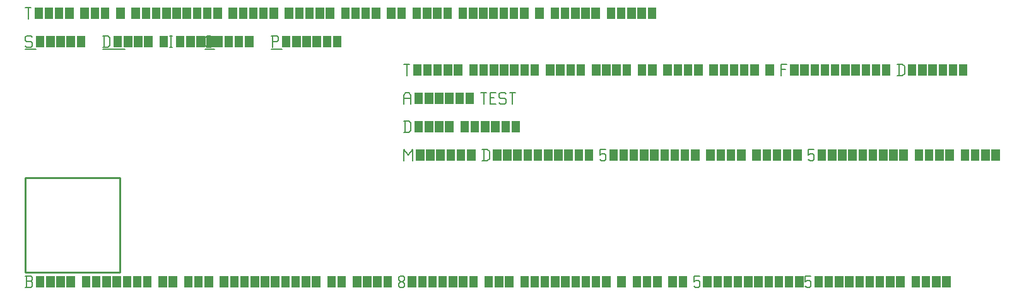
<source format=gbr>
G04 start of page 10 for group -1 layer_idx 268435461 *
G04 Title: element with pads on both sides, <virtual group> *
G04 Creator: <version>
G04 CreationDate: <date>
G04 For: TEST *
G04 Format: Gerber/RS-274X *
G04 PCB-Dimensions: 50000 50000 *
G04 PCB-Coordinate-Origin: lower left *
%MOIN*%
%FSLAX25Y25*%
%LNLOGICAL_VIRTUAL_FAB_NONE*%
%ADD22C,0.0100*%
%ADD21C,0.0001*%
%ADD20C,0.0060*%
G54D20*X3000Y125000D02*X3750Y124250D01*
X750Y125000D02*X3000D01*
X0Y124250D02*X750Y125000D01*
X0Y124250D02*Y122750D01*
X750Y122000D01*
X3000D01*
X3750Y121250D01*
Y119750D01*
X3000Y119000D02*X3750Y119750D01*
X750Y119000D02*X3000D01*
X0Y119750D02*X750Y119000D01*
G54D21*G36*
X5550Y125000D02*X10050D01*
Y119000D01*
X5550D01*
Y125000D01*
G37*
G36*
X10950D02*X15450D01*
Y119000D01*
X10950D01*
Y125000D01*
G37*
G36*
X16350D02*X20850D01*
Y119000D01*
X16350D01*
Y125000D01*
G37*
G36*
X21750D02*X26250D01*
Y119000D01*
X21750D01*
Y125000D01*
G37*
G36*
X27150D02*X31650D01*
Y119000D01*
X27150D01*
Y125000D01*
G37*
G54D20*X0Y118000D02*X5550D01*
X41750Y125000D02*Y119000D01*
X43700Y125000D02*X44750Y123950D01*
Y120050D01*
X43700Y119000D02*X44750Y120050D01*
X41000Y119000D02*X43700D01*
X41000Y125000D02*X43700D01*
G54D21*G36*
X46550D02*X51050D01*
Y119000D01*
X46550D01*
Y125000D01*
G37*
G36*
X51950D02*X56450D01*
Y119000D01*
X51950D01*
Y125000D01*
G37*
G36*
X57350D02*X61850D01*
Y119000D01*
X57350D01*
Y125000D01*
G37*
G36*
X62750D02*X67250D01*
Y119000D01*
X62750D01*
Y125000D01*
G37*
G36*
X70850D02*X75350D01*
Y119000D01*
X70850D01*
Y125000D01*
G37*
G54D20*X76250D02*X77750D01*
X77000D02*Y119000D01*
X76250D02*X77750D01*
G54D21*G36*
X79550Y125000D02*X84050D01*
Y119000D01*
X79550D01*
Y125000D01*
G37*
G36*
X84950D02*X89450D01*
Y119000D01*
X84950D01*
Y125000D01*
G37*
G36*
X90350D02*X94850D01*
Y119000D01*
X90350D01*
Y125000D01*
G37*
G36*
X95750D02*X100250D01*
Y119000D01*
X95750D01*
Y125000D01*
G37*
G54D20*X41000Y118000D02*X52550D01*
X96050Y119000D02*X98000D01*
X95000Y120050D02*X96050Y119000D01*
X95000Y123950D02*Y120050D01*
Y123950D02*X96050Y125000D01*
X98000D01*
G54D21*G36*
X99800D02*X104300D01*
Y119000D01*
X99800D01*
Y125000D01*
G37*
G36*
X105200D02*X109700D01*
Y119000D01*
X105200D01*
Y125000D01*
G37*
G36*
X110600D02*X115100D01*
Y119000D01*
X110600D01*
Y125000D01*
G37*
G36*
X116000D02*X120500D01*
Y119000D01*
X116000D01*
Y125000D01*
G37*
G54D20*X95000Y118000D02*X99800D01*
X130750Y125000D02*Y119000D01*
X130000Y125000D02*X133000D01*
X133750Y124250D01*
Y122750D01*
X133000Y122000D02*X133750Y122750D01*
X130750Y122000D02*X133000D01*
G54D21*G36*
X135550Y125000D02*X140050D01*
Y119000D01*
X135550D01*
Y125000D01*
G37*
G36*
X140950D02*X145450D01*
Y119000D01*
X140950D01*
Y125000D01*
G37*
G36*
X146350D02*X150850D01*
Y119000D01*
X146350D01*
Y125000D01*
G37*
G36*
X151750D02*X156250D01*
Y119000D01*
X151750D01*
Y125000D01*
G37*
G36*
X157150D02*X161650D01*
Y119000D01*
X157150D01*
Y125000D01*
G37*
G36*
X162550D02*X167050D01*
Y119000D01*
X162550D01*
Y125000D01*
G37*
G54D20*X130000Y118000D02*X135550D01*
X0Y140000D02*X3000D01*
X1500D02*Y134000D01*
G54D21*G36*
X4800Y140000D02*X9300D01*
Y134000D01*
X4800D01*
Y140000D01*
G37*
G36*
X10200D02*X14700D01*
Y134000D01*
X10200D01*
Y140000D01*
G37*
G36*
X15600D02*X20100D01*
Y134000D01*
X15600D01*
Y140000D01*
G37*
G36*
X21000D02*X25500D01*
Y134000D01*
X21000D01*
Y140000D01*
G37*
G36*
X29100D02*X33600D01*
Y134000D01*
X29100D01*
Y140000D01*
G37*
G36*
X34500D02*X39000D01*
Y134000D01*
X34500D01*
Y140000D01*
G37*
G36*
X39900D02*X44400D01*
Y134000D01*
X39900D01*
Y140000D01*
G37*
G36*
X48000D02*X52500D01*
Y134000D01*
X48000D01*
Y140000D01*
G37*
G36*
X56100D02*X60600D01*
Y134000D01*
X56100D01*
Y140000D01*
G37*
G36*
X61500D02*X66000D01*
Y134000D01*
X61500D01*
Y140000D01*
G37*
G36*
X66900D02*X71400D01*
Y134000D01*
X66900D01*
Y140000D01*
G37*
G36*
X72300D02*X76800D01*
Y134000D01*
X72300D01*
Y140000D01*
G37*
G36*
X77700D02*X82200D01*
Y134000D01*
X77700D01*
Y140000D01*
G37*
G36*
X83100D02*X87600D01*
Y134000D01*
X83100D01*
Y140000D01*
G37*
G36*
X88500D02*X93000D01*
Y134000D01*
X88500D01*
Y140000D01*
G37*
G36*
X93900D02*X98400D01*
Y134000D01*
X93900D01*
Y140000D01*
G37*
G36*
X99300D02*X103800D01*
Y134000D01*
X99300D01*
Y140000D01*
G37*
G36*
X107400D02*X111900D01*
Y134000D01*
X107400D01*
Y140000D01*
G37*
G36*
X112800D02*X117300D01*
Y134000D01*
X112800D01*
Y140000D01*
G37*
G36*
X118200D02*X122700D01*
Y134000D01*
X118200D01*
Y140000D01*
G37*
G36*
X123600D02*X128100D01*
Y134000D01*
X123600D01*
Y140000D01*
G37*
G36*
X129000D02*X133500D01*
Y134000D01*
X129000D01*
Y140000D01*
G37*
G36*
X137100D02*X141600D01*
Y134000D01*
X137100D01*
Y140000D01*
G37*
G36*
X142500D02*X147000D01*
Y134000D01*
X142500D01*
Y140000D01*
G37*
G36*
X147900D02*X152400D01*
Y134000D01*
X147900D01*
Y140000D01*
G37*
G36*
X153300D02*X157800D01*
Y134000D01*
X153300D01*
Y140000D01*
G37*
G36*
X158700D02*X163200D01*
Y134000D01*
X158700D01*
Y140000D01*
G37*
G36*
X166800D02*X171300D01*
Y134000D01*
X166800D01*
Y140000D01*
G37*
G36*
X172200D02*X176700D01*
Y134000D01*
X172200D01*
Y140000D01*
G37*
G36*
X177600D02*X182100D01*
Y134000D01*
X177600D01*
Y140000D01*
G37*
G36*
X183000D02*X187500D01*
Y134000D01*
X183000D01*
Y140000D01*
G37*
G36*
X191100D02*X195600D01*
Y134000D01*
X191100D01*
Y140000D01*
G37*
G36*
X196500D02*X201000D01*
Y134000D01*
X196500D01*
Y140000D01*
G37*
G36*
X204600D02*X209100D01*
Y134000D01*
X204600D01*
Y140000D01*
G37*
G36*
X210000D02*X214500D01*
Y134000D01*
X210000D01*
Y140000D01*
G37*
G36*
X215400D02*X219900D01*
Y134000D01*
X215400D01*
Y140000D01*
G37*
G36*
X220800D02*X225300D01*
Y134000D01*
X220800D01*
Y140000D01*
G37*
G36*
X228900D02*X233400D01*
Y134000D01*
X228900D01*
Y140000D01*
G37*
G36*
X234300D02*X238800D01*
Y134000D01*
X234300D01*
Y140000D01*
G37*
G36*
X239700D02*X244200D01*
Y134000D01*
X239700D01*
Y140000D01*
G37*
G36*
X245100D02*X249600D01*
Y134000D01*
X245100D01*
Y140000D01*
G37*
G36*
X250500D02*X255000D01*
Y134000D01*
X250500D01*
Y140000D01*
G37*
G36*
X255900D02*X260400D01*
Y134000D01*
X255900D01*
Y140000D01*
G37*
G36*
X261300D02*X265800D01*
Y134000D01*
X261300D01*
Y140000D01*
G37*
G36*
X269400D02*X273900D01*
Y134000D01*
X269400D01*
Y140000D01*
G37*
G36*
X277500D02*X282000D01*
Y134000D01*
X277500D01*
Y140000D01*
G37*
G36*
X282900D02*X287400D01*
Y134000D01*
X282900D01*
Y140000D01*
G37*
G36*
X288300D02*X292800D01*
Y134000D01*
X288300D01*
Y140000D01*
G37*
G36*
X293700D02*X298200D01*
Y134000D01*
X293700D01*
Y140000D01*
G37*
G36*
X299100D02*X303600D01*
Y134000D01*
X299100D01*
Y140000D01*
G37*
G36*
X307200D02*X311700D01*
Y134000D01*
X307200D01*
Y140000D01*
G37*
G36*
X312600D02*X317100D01*
Y134000D01*
X312600D01*
Y140000D01*
G37*
G36*
X318000D02*X322500D01*
Y134000D01*
X318000D01*
Y140000D01*
G37*
G36*
X323400D02*X327900D01*
Y134000D01*
X323400D01*
Y140000D01*
G37*
G36*
X328800D02*X333300D01*
Y134000D01*
X328800D01*
Y140000D01*
G37*
G54D22*X0Y50000D02*X50000D01*
X0D02*Y0D01*
X50000Y50000D02*Y0D01*
X0D02*X50000D01*
G54D20*X200000Y65000D02*Y59000D01*
Y65000D02*X202250Y62000D01*
X204500Y65000D01*
Y59000D01*
G54D21*G36*
X206300Y65000D02*X210800D01*
Y59000D01*
X206300D01*
Y65000D01*
G37*
G36*
X211700D02*X216200D01*
Y59000D01*
X211700D01*
Y65000D01*
G37*
G36*
X217100D02*X221600D01*
Y59000D01*
X217100D01*
Y65000D01*
G37*
G36*
X222500D02*X227000D01*
Y59000D01*
X222500D01*
Y65000D01*
G37*
G36*
X227900D02*X232400D01*
Y59000D01*
X227900D01*
Y65000D01*
G37*
G36*
X233300D02*X237800D01*
Y59000D01*
X233300D01*
Y65000D01*
G37*
G54D20*X242150D02*Y59000D01*
X244100Y65000D02*X245150Y63950D01*
Y60050D01*
X244100Y59000D02*X245150Y60050D01*
X241400Y59000D02*X244100D01*
X241400Y65000D02*X244100D01*
G54D21*G36*
X246950D02*X251450D01*
Y59000D01*
X246950D01*
Y65000D01*
G37*
G36*
X252350D02*X256850D01*
Y59000D01*
X252350D01*
Y65000D01*
G37*
G36*
X257750D02*X262250D01*
Y59000D01*
X257750D01*
Y65000D01*
G37*
G36*
X263150D02*X267650D01*
Y59000D01*
X263150D01*
Y65000D01*
G37*
G36*
X268550D02*X273050D01*
Y59000D01*
X268550D01*
Y65000D01*
G37*
G36*
X273950D02*X278450D01*
Y59000D01*
X273950D01*
Y65000D01*
G37*
G36*
X279350D02*X283850D01*
Y59000D01*
X279350D01*
Y65000D01*
G37*
G36*
X284750D02*X289250D01*
Y59000D01*
X284750D01*
Y65000D01*
G37*
G36*
X290150D02*X294650D01*
Y59000D01*
X290150D01*
Y65000D01*
G37*
G36*
X295550D02*X300050D01*
Y59000D01*
X295550D01*
Y65000D01*
G37*
G54D20*X303650D02*X306650D01*
X303650D02*Y62000D01*
X304400Y62750D01*
X305900D01*
X306650Y62000D01*
Y59750D01*
X305900Y59000D02*X306650Y59750D01*
X304400Y59000D02*X305900D01*
X303650Y59750D02*X304400Y59000D01*
G54D21*G36*
X308450Y65000D02*X312950D01*
Y59000D01*
X308450D01*
Y65000D01*
G37*
G36*
X313850D02*X318350D01*
Y59000D01*
X313850D01*
Y65000D01*
G37*
G36*
X319250D02*X323750D01*
Y59000D01*
X319250D01*
Y65000D01*
G37*
G36*
X324650D02*X329150D01*
Y59000D01*
X324650D01*
Y65000D01*
G37*
G36*
X330050D02*X334550D01*
Y59000D01*
X330050D01*
Y65000D01*
G37*
G36*
X335450D02*X339950D01*
Y59000D01*
X335450D01*
Y65000D01*
G37*
G36*
X340850D02*X345350D01*
Y59000D01*
X340850D01*
Y65000D01*
G37*
G36*
X346250D02*X350750D01*
Y59000D01*
X346250D01*
Y65000D01*
G37*
G36*
X351650D02*X356150D01*
Y59000D01*
X351650D01*
Y65000D01*
G37*
G36*
X359750D02*X364250D01*
Y59000D01*
X359750D01*
Y65000D01*
G37*
G36*
X365150D02*X369650D01*
Y59000D01*
X365150D01*
Y65000D01*
G37*
G36*
X370550D02*X375050D01*
Y59000D01*
X370550D01*
Y65000D01*
G37*
G36*
X375950D02*X380450D01*
Y59000D01*
X375950D01*
Y65000D01*
G37*
G36*
X384050D02*X388550D01*
Y59000D01*
X384050D01*
Y65000D01*
G37*
G36*
X389450D02*X393950D01*
Y59000D01*
X389450D01*
Y65000D01*
G37*
G36*
X394850D02*X399350D01*
Y59000D01*
X394850D01*
Y65000D01*
G37*
G36*
X400250D02*X404750D01*
Y59000D01*
X400250D01*
Y65000D01*
G37*
G36*
X405650D02*X410150D01*
Y59000D01*
X405650D01*
Y65000D01*
G37*
G54D20*X413750D02*X416750D01*
X413750D02*Y62000D01*
X414500Y62750D01*
X416000D01*
X416750Y62000D01*
Y59750D01*
X416000Y59000D02*X416750Y59750D01*
X414500Y59000D02*X416000D01*
X413750Y59750D02*X414500Y59000D01*
G54D21*G36*
X418550Y65000D02*X423050D01*
Y59000D01*
X418550D01*
Y65000D01*
G37*
G36*
X423950D02*X428450D01*
Y59000D01*
X423950D01*
Y65000D01*
G37*
G36*
X429350D02*X433850D01*
Y59000D01*
X429350D01*
Y65000D01*
G37*
G36*
X434750D02*X439250D01*
Y59000D01*
X434750D01*
Y65000D01*
G37*
G36*
X440150D02*X444650D01*
Y59000D01*
X440150D01*
Y65000D01*
G37*
G36*
X445550D02*X450050D01*
Y59000D01*
X445550D01*
Y65000D01*
G37*
G36*
X450950D02*X455450D01*
Y59000D01*
X450950D01*
Y65000D01*
G37*
G36*
X456350D02*X460850D01*
Y59000D01*
X456350D01*
Y65000D01*
G37*
G36*
X461750D02*X466250D01*
Y59000D01*
X461750D01*
Y65000D01*
G37*
G36*
X469850D02*X474350D01*
Y59000D01*
X469850D01*
Y65000D01*
G37*
G36*
X475250D02*X479750D01*
Y59000D01*
X475250D01*
Y65000D01*
G37*
G36*
X480650D02*X485150D01*
Y59000D01*
X480650D01*
Y65000D01*
G37*
G36*
X486050D02*X490550D01*
Y59000D01*
X486050D01*
Y65000D01*
G37*
G36*
X494150D02*X498650D01*
Y59000D01*
X494150D01*
Y65000D01*
G37*
G36*
X499550D02*X504050D01*
Y59000D01*
X499550D01*
Y65000D01*
G37*
G36*
X504950D02*X509450D01*
Y59000D01*
X504950D01*
Y65000D01*
G37*
G36*
X510350D02*X514850D01*
Y59000D01*
X510350D01*
Y65000D01*
G37*
G54D20*X0Y-8000D02*X3000D01*
X3750Y-7250D01*
Y-5450D02*Y-7250D01*
X3000Y-4700D02*X3750Y-5450D01*
X750Y-4700D02*X3000D01*
X750Y-2000D02*Y-8000D01*
X0Y-2000D02*X3000D01*
X3750Y-2750D01*
Y-3950D01*
X3000Y-4700D02*X3750Y-3950D01*
G54D21*G36*
X5550Y-2000D02*X10050D01*
Y-8000D01*
X5550D01*
Y-2000D01*
G37*
G36*
X10950D02*X15450D01*
Y-8000D01*
X10950D01*
Y-2000D01*
G37*
G36*
X16350D02*X20850D01*
Y-8000D01*
X16350D01*
Y-2000D01*
G37*
G36*
X21750D02*X26250D01*
Y-8000D01*
X21750D01*
Y-2000D01*
G37*
G36*
X29850D02*X34350D01*
Y-8000D01*
X29850D01*
Y-2000D01*
G37*
G36*
X35250D02*X39750D01*
Y-8000D01*
X35250D01*
Y-2000D01*
G37*
G36*
X40650D02*X45150D01*
Y-8000D01*
X40650D01*
Y-2000D01*
G37*
G36*
X46050D02*X50550D01*
Y-8000D01*
X46050D01*
Y-2000D01*
G37*
G36*
X51450D02*X55950D01*
Y-8000D01*
X51450D01*
Y-2000D01*
G37*
G36*
X56850D02*X61350D01*
Y-8000D01*
X56850D01*
Y-2000D01*
G37*
G36*
X62250D02*X66750D01*
Y-8000D01*
X62250D01*
Y-2000D01*
G37*
G36*
X70350D02*X74850D01*
Y-8000D01*
X70350D01*
Y-2000D01*
G37*
G36*
X75750D02*X80250D01*
Y-8000D01*
X75750D01*
Y-2000D01*
G37*
G36*
X83850D02*X88350D01*
Y-8000D01*
X83850D01*
Y-2000D01*
G37*
G36*
X89250D02*X93750D01*
Y-8000D01*
X89250D01*
Y-2000D01*
G37*
G36*
X94650D02*X99150D01*
Y-8000D01*
X94650D01*
Y-2000D01*
G37*
G36*
X102750D02*X107250D01*
Y-8000D01*
X102750D01*
Y-2000D01*
G37*
G36*
X108150D02*X112650D01*
Y-8000D01*
X108150D01*
Y-2000D01*
G37*
G36*
X113550D02*X118050D01*
Y-8000D01*
X113550D01*
Y-2000D01*
G37*
G36*
X118950D02*X123450D01*
Y-8000D01*
X118950D01*
Y-2000D01*
G37*
G36*
X124350D02*X128850D01*
Y-8000D01*
X124350D01*
Y-2000D01*
G37*
G36*
X129750D02*X134250D01*
Y-8000D01*
X129750D01*
Y-2000D01*
G37*
G36*
X135150D02*X139650D01*
Y-8000D01*
X135150D01*
Y-2000D01*
G37*
G36*
X140550D02*X145050D01*
Y-8000D01*
X140550D01*
Y-2000D01*
G37*
G36*
X145950D02*X150450D01*
Y-8000D01*
X145950D01*
Y-2000D01*
G37*
G36*
X151350D02*X155850D01*
Y-8000D01*
X151350D01*
Y-2000D01*
G37*
G36*
X159450D02*X163950D01*
Y-8000D01*
X159450D01*
Y-2000D01*
G37*
G36*
X164850D02*X169350D01*
Y-8000D01*
X164850D01*
Y-2000D01*
G37*
G36*
X172950D02*X177450D01*
Y-8000D01*
X172950D01*
Y-2000D01*
G37*
G36*
X178350D02*X182850D01*
Y-8000D01*
X178350D01*
Y-2000D01*
G37*
G36*
X183750D02*X188250D01*
Y-8000D01*
X183750D01*
Y-2000D01*
G37*
G36*
X189150D02*X193650D01*
Y-8000D01*
X189150D01*
Y-2000D01*
G37*
G54D20*X197250Y-7250D02*X198000Y-8000D01*
X197250Y-6050D02*Y-7250D01*
Y-6050D02*X198300Y-5000D01*
X199200D01*
X200250Y-6050D01*
Y-7250D01*
X199500Y-8000D02*X200250Y-7250D01*
X198000Y-8000D02*X199500D01*
X197250Y-3950D02*X198300Y-5000D01*
X197250Y-2750D02*Y-3950D01*
Y-2750D02*X198000Y-2000D01*
X199500D01*
X200250Y-2750D01*
Y-3950D01*
X199200Y-5000D02*X200250Y-3950D01*
G54D21*G36*
X202050Y-2000D02*X206550D01*
Y-8000D01*
X202050D01*
Y-2000D01*
G37*
G36*
X207450D02*X211950D01*
Y-8000D01*
X207450D01*
Y-2000D01*
G37*
G36*
X212850D02*X217350D01*
Y-8000D01*
X212850D01*
Y-2000D01*
G37*
G36*
X218250D02*X222750D01*
Y-8000D01*
X218250D01*
Y-2000D01*
G37*
G36*
X223650D02*X228150D01*
Y-8000D01*
X223650D01*
Y-2000D01*
G37*
G36*
X229050D02*X233550D01*
Y-8000D01*
X229050D01*
Y-2000D01*
G37*
G36*
X234450D02*X238950D01*
Y-8000D01*
X234450D01*
Y-2000D01*
G37*
G36*
X242550D02*X247050D01*
Y-8000D01*
X242550D01*
Y-2000D01*
G37*
G36*
X247950D02*X252450D01*
Y-8000D01*
X247950D01*
Y-2000D01*
G37*
G36*
X253350D02*X257850D01*
Y-8000D01*
X253350D01*
Y-2000D01*
G37*
G36*
X261450D02*X265950D01*
Y-8000D01*
X261450D01*
Y-2000D01*
G37*
G36*
X266850D02*X271350D01*
Y-8000D01*
X266850D01*
Y-2000D01*
G37*
G36*
X272250D02*X276750D01*
Y-8000D01*
X272250D01*
Y-2000D01*
G37*
G36*
X277650D02*X282150D01*
Y-8000D01*
X277650D01*
Y-2000D01*
G37*
G36*
X283050D02*X287550D01*
Y-8000D01*
X283050D01*
Y-2000D01*
G37*
G36*
X288450D02*X292950D01*
Y-8000D01*
X288450D01*
Y-2000D01*
G37*
G36*
X293850D02*X298350D01*
Y-8000D01*
X293850D01*
Y-2000D01*
G37*
G36*
X299250D02*X303750D01*
Y-8000D01*
X299250D01*
Y-2000D01*
G37*
G36*
X304650D02*X309150D01*
Y-8000D01*
X304650D01*
Y-2000D01*
G37*
G36*
X312750D02*X317250D01*
Y-8000D01*
X312750D01*
Y-2000D01*
G37*
G36*
X320850D02*X325350D01*
Y-8000D01*
X320850D01*
Y-2000D01*
G37*
G36*
X326250D02*X330750D01*
Y-8000D01*
X326250D01*
Y-2000D01*
G37*
G36*
X331650D02*X336150D01*
Y-8000D01*
X331650D01*
Y-2000D01*
G37*
G36*
X339750D02*X344250D01*
Y-8000D01*
X339750D01*
Y-2000D01*
G37*
G36*
X345150D02*X349650D01*
Y-8000D01*
X345150D01*
Y-2000D01*
G37*
G54D20*X353250D02*X356250D01*
X353250D02*Y-5000D01*
X354000Y-4250D01*
X355500D01*
X356250Y-5000D01*
Y-7250D01*
X355500Y-8000D02*X356250Y-7250D01*
X354000Y-8000D02*X355500D01*
X353250Y-7250D02*X354000Y-8000D01*
G54D21*G36*
X358050Y-2000D02*X362550D01*
Y-8000D01*
X358050D01*
Y-2000D01*
G37*
G36*
X363450D02*X367950D01*
Y-8000D01*
X363450D01*
Y-2000D01*
G37*
G36*
X368850D02*X373350D01*
Y-8000D01*
X368850D01*
Y-2000D01*
G37*
G36*
X374250D02*X378750D01*
Y-8000D01*
X374250D01*
Y-2000D01*
G37*
G36*
X379650D02*X384150D01*
Y-8000D01*
X379650D01*
Y-2000D01*
G37*
G36*
X385050D02*X389550D01*
Y-8000D01*
X385050D01*
Y-2000D01*
G37*
G36*
X390450D02*X394950D01*
Y-8000D01*
X390450D01*
Y-2000D01*
G37*
G36*
X395850D02*X400350D01*
Y-8000D01*
X395850D01*
Y-2000D01*
G37*
G36*
X401250D02*X405750D01*
Y-8000D01*
X401250D01*
Y-2000D01*
G37*
G36*
X406650D02*X411150D01*
Y-8000D01*
X406650D01*
Y-2000D01*
G37*
G54D20*X412050D02*X415050D01*
X412050D02*Y-5000D01*
X412800Y-4250D01*
X414300D01*
X415050Y-5000D01*
Y-7250D01*
X414300Y-8000D02*X415050Y-7250D01*
X412800Y-8000D02*X414300D01*
X412050Y-7250D02*X412800Y-8000D01*
G54D21*G36*
X416850Y-2000D02*X421350D01*
Y-8000D01*
X416850D01*
Y-2000D01*
G37*
G36*
X422250D02*X426750D01*
Y-8000D01*
X422250D01*
Y-2000D01*
G37*
G36*
X427650D02*X432150D01*
Y-8000D01*
X427650D01*
Y-2000D01*
G37*
G36*
X433050D02*X437550D01*
Y-8000D01*
X433050D01*
Y-2000D01*
G37*
G36*
X438450D02*X442950D01*
Y-8000D01*
X438450D01*
Y-2000D01*
G37*
G36*
X443850D02*X448350D01*
Y-8000D01*
X443850D01*
Y-2000D01*
G37*
G36*
X449250D02*X453750D01*
Y-8000D01*
X449250D01*
Y-2000D01*
G37*
G36*
X454650D02*X459150D01*
Y-8000D01*
X454650D01*
Y-2000D01*
G37*
G36*
X460050D02*X464550D01*
Y-8000D01*
X460050D01*
Y-2000D01*
G37*
G36*
X468150D02*X472650D01*
Y-8000D01*
X468150D01*
Y-2000D01*
G37*
G36*
X473550D02*X478050D01*
Y-8000D01*
X473550D01*
Y-2000D01*
G37*
G36*
X478950D02*X483450D01*
Y-8000D01*
X478950D01*
Y-2000D01*
G37*
G36*
X484350D02*X488850D01*
Y-8000D01*
X484350D01*
Y-2000D01*
G37*
G54D20*X200750Y80000D02*Y74000D01*
X202700Y80000D02*X203750Y78950D01*
Y75050D01*
X202700Y74000D02*X203750Y75050D01*
X200000Y74000D02*X202700D01*
X200000Y80000D02*X202700D01*
G54D21*G36*
X205550D02*X210050D01*
Y74000D01*
X205550D01*
Y80000D01*
G37*
G36*
X210950D02*X215450D01*
Y74000D01*
X210950D01*
Y80000D01*
G37*
G36*
X216350D02*X220850D01*
Y74000D01*
X216350D01*
Y80000D01*
G37*
G36*
X221750D02*X226250D01*
Y74000D01*
X221750D01*
Y80000D01*
G37*
G36*
X229850D02*X234350D01*
Y74000D01*
X229850D01*
Y80000D01*
G37*
G36*
X235250D02*X239750D01*
Y74000D01*
X235250D01*
Y80000D01*
G37*
G36*
X240650D02*X245150D01*
Y74000D01*
X240650D01*
Y80000D01*
G37*
G36*
X246050D02*X250550D01*
Y74000D01*
X246050D01*
Y80000D01*
G37*
G36*
X251450D02*X255950D01*
Y74000D01*
X251450D01*
Y80000D01*
G37*
G36*
X256850D02*X261350D01*
Y74000D01*
X256850D01*
Y80000D01*
G37*
G54D20*X200000Y93500D02*Y89000D01*
Y93500D02*X201050Y95000D01*
X202700D01*
X203750Y93500D01*
Y89000D01*
X200000Y92000D02*X203750D01*
G54D21*G36*
X205550Y95000D02*X210050D01*
Y89000D01*
X205550D01*
Y95000D01*
G37*
G36*
X210950D02*X215450D01*
Y89000D01*
X210950D01*
Y95000D01*
G37*
G36*
X216350D02*X220850D01*
Y89000D01*
X216350D01*
Y95000D01*
G37*
G36*
X221750D02*X226250D01*
Y89000D01*
X221750D01*
Y95000D01*
G37*
G36*
X227150D02*X231650D01*
Y89000D01*
X227150D01*
Y95000D01*
G37*
G36*
X232550D02*X237050D01*
Y89000D01*
X232550D01*
Y95000D01*
G37*
G54D20*X240650D02*X243650D01*
X242150D02*Y89000D01*
X245450Y92300D02*X247700D01*
X245450Y89000D02*X248450D01*
X245450Y95000D02*Y89000D01*
Y95000D02*X248450D01*
X253250D02*X254000Y94250D01*
X251000Y95000D02*X253250D01*
X250250Y94250D02*X251000Y95000D01*
X250250Y94250D02*Y92750D01*
X251000Y92000D01*
X253250D01*
X254000Y91250D01*
Y89750D01*
X253250Y89000D02*X254000Y89750D01*
X251000Y89000D02*X253250D01*
X250250Y89750D02*X251000Y89000D01*
X255800Y95000D02*X258800D01*
X257300D02*Y89000D01*
X200000Y110000D02*X203000D01*
X201500D02*Y104000D01*
G54D21*G36*
X204800Y110000D02*X209300D01*
Y104000D01*
X204800D01*
Y110000D01*
G37*
G36*
X210200D02*X214700D01*
Y104000D01*
X210200D01*
Y110000D01*
G37*
G36*
X215600D02*X220100D01*
Y104000D01*
X215600D01*
Y110000D01*
G37*
G36*
X221000D02*X225500D01*
Y104000D01*
X221000D01*
Y110000D01*
G37*
G36*
X226400D02*X230900D01*
Y104000D01*
X226400D01*
Y110000D01*
G37*
G36*
X234500D02*X239000D01*
Y104000D01*
X234500D01*
Y110000D01*
G37*
G36*
X239900D02*X244400D01*
Y104000D01*
X239900D01*
Y110000D01*
G37*
G36*
X245300D02*X249800D01*
Y104000D01*
X245300D01*
Y110000D01*
G37*
G36*
X250700D02*X255200D01*
Y104000D01*
X250700D01*
Y110000D01*
G37*
G36*
X256100D02*X260600D01*
Y104000D01*
X256100D01*
Y110000D01*
G37*
G36*
X261500D02*X266000D01*
Y104000D01*
X261500D01*
Y110000D01*
G37*
G36*
X266900D02*X271400D01*
Y104000D01*
X266900D01*
Y110000D01*
G37*
G36*
X275000D02*X279500D01*
Y104000D01*
X275000D01*
Y110000D01*
G37*
G36*
X280400D02*X284900D01*
Y104000D01*
X280400D01*
Y110000D01*
G37*
G36*
X285800D02*X290300D01*
Y104000D01*
X285800D01*
Y110000D01*
G37*
G36*
X291200D02*X295700D01*
Y104000D01*
X291200D01*
Y110000D01*
G37*
G36*
X299300D02*X303800D01*
Y104000D01*
X299300D01*
Y110000D01*
G37*
G36*
X304700D02*X309200D01*
Y104000D01*
X304700D01*
Y110000D01*
G37*
G36*
X310100D02*X314600D01*
Y104000D01*
X310100D01*
Y110000D01*
G37*
G36*
X315500D02*X320000D01*
Y104000D01*
X315500D01*
Y110000D01*
G37*
G36*
X323600D02*X328100D01*
Y104000D01*
X323600D01*
Y110000D01*
G37*
G36*
X329000D02*X333500D01*
Y104000D01*
X329000D01*
Y110000D01*
G37*
G36*
X337100D02*X341600D01*
Y104000D01*
X337100D01*
Y110000D01*
G37*
G36*
X342500D02*X347000D01*
Y104000D01*
X342500D01*
Y110000D01*
G37*
G36*
X347900D02*X352400D01*
Y104000D01*
X347900D01*
Y110000D01*
G37*
G36*
X353300D02*X357800D01*
Y104000D01*
X353300D01*
Y110000D01*
G37*
G36*
X361400D02*X365900D01*
Y104000D01*
X361400D01*
Y110000D01*
G37*
G36*
X366800D02*X371300D01*
Y104000D01*
X366800D01*
Y110000D01*
G37*
G36*
X372200D02*X376700D01*
Y104000D01*
X372200D01*
Y110000D01*
G37*
G36*
X377600D02*X382100D01*
Y104000D01*
X377600D01*
Y110000D01*
G37*
G36*
X383000D02*X387500D01*
Y104000D01*
X383000D01*
Y110000D01*
G37*
G36*
X391100D02*X395600D01*
Y104000D01*
X391100D01*
Y110000D01*
G37*
G54D20*X399200D02*Y104000D01*
Y110000D02*X402200D01*
X399200Y107300D02*X401450D01*
G54D21*G36*
X404000Y110000D02*X408500D01*
Y104000D01*
X404000D01*
Y110000D01*
G37*
G36*
X409400D02*X413900D01*
Y104000D01*
X409400D01*
Y110000D01*
G37*
G36*
X414800D02*X419300D01*
Y104000D01*
X414800D01*
Y110000D01*
G37*
G36*
X420200D02*X424700D01*
Y104000D01*
X420200D01*
Y110000D01*
G37*
G36*
X425600D02*X430100D01*
Y104000D01*
X425600D01*
Y110000D01*
G37*
G36*
X431000D02*X435500D01*
Y104000D01*
X431000D01*
Y110000D01*
G37*
G36*
X436400D02*X440900D01*
Y104000D01*
X436400D01*
Y110000D01*
G37*
G36*
X441800D02*X446300D01*
Y104000D01*
X441800D01*
Y110000D01*
G37*
G36*
X447200D02*X451700D01*
Y104000D01*
X447200D01*
Y110000D01*
G37*
G36*
X452600D02*X457100D01*
Y104000D01*
X452600D01*
Y110000D01*
G37*
G54D20*X461450D02*Y104000D01*
X463400Y110000D02*X464450Y108950D01*
Y105050D01*
X463400Y104000D02*X464450Y105050D01*
X460700Y104000D02*X463400D01*
X460700Y110000D02*X463400D01*
G54D21*G36*
X466250D02*X470750D01*
Y104000D01*
X466250D01*
Y110000D01*
G37*
G36*
X471650D02*X476150D01*
Y104000D01*
X471650D01*
Y110000D01*
G37*
G36*
X477050D02*X481550D01*
Y104000D01*
X477050D01*
Y110000D01*
G37*
G36*
X482450D02*X486950D01*
Y104000D01*
X482450D01*
Y110000D01*
G37*
G36*
X487850D02*X492350D01*
Y104000D01*
X487850D01*
Y110000D01*
G37*
G36*
X493250D02*X497750D01*
Y104000D01*
X493250D01*
Y110000D01*
G37*
M02*

</source>
